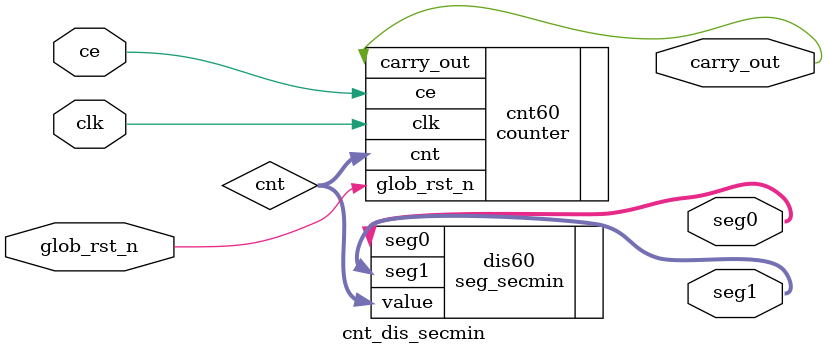
<source format=v>
module cnt_dis_secmin (
    input clk, glob_rst_n, ce,
    output carry_out,
    output [6:0] seg1, seg0
);
    wire [5:0] cnt;

    counter #(.NUMBER_OF_BIT(6), .RST_INIT(0), .RST_VALUE(6'd60)) cnt60 (
        .clk(clk),
        .ce(ce),
        .glob_rst_n(glob_rst_n),
        .cnt(cnt),
        .carry_out(carry_out)
    );

    seg_secmin dis60(
        .value(cnt),
        .seg0(seg0),
        .seg1(seg1)
    );

endmodule
</source>
